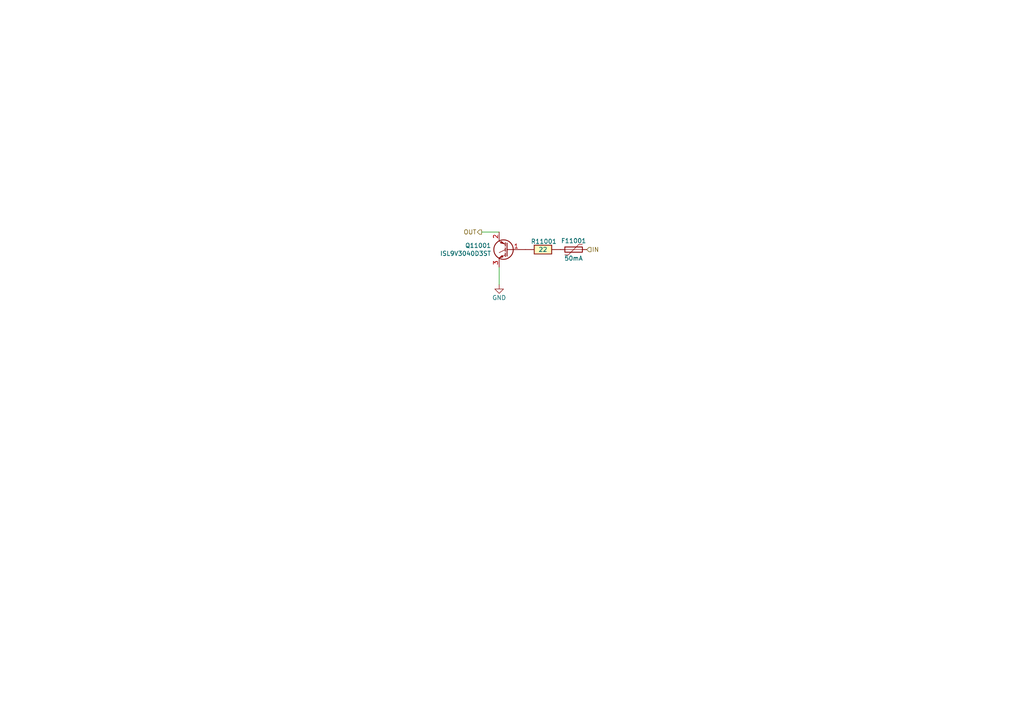
<source format=kicad_sch>
(kicad_sch (version 20231120) (generator "eeschema") (generator_version "8.0")
  (paper "A4")
  (lib_symbols
    (symbol "Device:Polyfuse" (pin_numbers hide) (pin_names (offset 0))
      (property "Reference" "F" (at -2.54 0 90))
      (property "Value" "Polyfuse" (at 2.54 0 90))
      (symbol "Polyfuse_0_1"
        (rectangle (start -0.762 2.54) (end 0.762 -2.54) (stroke (width 0.254)))
        (polyline (pts (xy 0 2.54) (xy 0 -2.54)))
        (polyline (pts (xy -1.524 2.54) (xy -1.524 1.524) (xy 1.524 -1.524) (xy 1.524 -2.54)))
      )
      (symbol "Polyfuse_1_1"
        (pin passive line (at 0 3.81 270) (length 1.27) (name "~") (number "1"))
        (pin passive line (at 0 -3.81 90) (length 1.27) (name "~") (number "2"))
      )
    )
    (symbol "Device:Q_NIGBT_GCE" (pin_names (offset 0) hide)
      (property "Reference" "Q" (at 5.08 1.27 0))
      (property "Value" "Q_NIGBT_GCE" (at 5.08 -1.27 0))
      (symbol "Q_NIGBT_GCE_0_1"
        (polyline (pts (xy 0.762 -1.016) (xy 0.762 -2.032)) (stroke (width 0.254)))
        (polyline (pts (xy 0.762 0.508) (xy 0.762 -0.508)) (stroke (width 0.254)))
        (polyline (pts (xy 0.762 2.032) (xy 0.762 1.016)) (stroke (width 0.254)))
        (polyline (pts (xy 2.54 -2.413) (xy 0.762 -1.524)))
        (polyline (pts (xy 2.54 -0.889) (xy 0.762 0)))
        (polyline (pts (xy 2.54 2.413) (xy 0.762 1.524)))
        (polyline (pts (xy 0.254 1.905) (xy 0.254 -1.905) (xy 0.254 -1.905)) (stroke (width 0.254)))
        (polyline (pts (xy 1.397 -2.159) (xy 1.651 -1.651) (xy 2.54 -2.413) (xy 1.397 -2.159)) (fill (type outline)))
        (polyline (pts (xy 2.159 1.905) (xy 1.905 2.413) (xy 1.016 1.651) (xy 2.159 1.905)) (fill (type outline)))
        (circle (center 1.27 0) (radius 2.8194) (stroke (width 0.254)))
      )
      (symbol "Q_NIGBT_GCE_1_1"
        (pin input line (at -5.08 0 0) (length 5.334) (name "G") (number "1"))
        (pin passive line (at 2.54 5.08 270) (length 2.54) (name "C") (number "2"))
        (pin passive line (at 2.54 -5.08 90) (length 2.54) (name "E") (number "3"))
      )
    )
    (symbol "hellen-one-common:Res" (pin_numbers hide)
      (property "Reference" "R" (at 3.81 2.54 0))
      (property "Value" "Res" (at 5.08 -2.54 0))
      (symbol "Res_1_0"
        (rectangle (start 2.54 -1.27) (end 7.62 1.27) (stroke (width 0.254)) (fill (type background)))
        (pin passive line (at 0 0 0) (length 2.54) (name "") (number "1"))
        (pin passive line (at 10.16 0 180) (length 2.54) (name "") (number "2"))
      )
    )
    (symbol "power:GND" (power) (pin_numbers hide) (pin_names (offset 0) hide)
      (property "Value" "GND" (at 0 -3.81 0))
      (symbol "GND_0_1"
        (polyline (pts (xy 0 0) (xy 0 -1.27) (xy 1.27 -1.27) (xy 0 -2.54) (xy -1.27 -1.27) (xy 0 -1.27)))
      )
      (symbol "GND_1_1"
        (pin power_in line (at 0 0 270) (length 0) (name "~") (number "1"))
      )
    )
  )
  (wire (pts (xy 139.7 67.31) (xy 144.78 67.31)))
  (wire (pts (xy 144.78 77.47) (xy 144.78 82.55)))
  (hierarchical_label "IN" (shape input) (at 170.18 72.39 0))
  (hierarchical_label "OUT" (shape output) (at 139.7 67.31 180))
  (symbol (lib_id "power:GND") (at 144.78 82.55 0) (unit 1)
    (property "Reference" "#PWR011001" (effects (hide yes)))
    (property "Value" "GND" (at 144.78 86.36 0))
    (property "Description" "Power symbol creates a global label with name \"GND\" , ground" (effects (hide yes)))
  )
  (symbol (lib_id "Device:Polyfuse") (at 166.37 72.39 90) (unit 1)
    (property "Reference" "F11001" (at 166.37 69.85 90))
    (property "Value" "50mA" (at 166.37 74.93 90))
    (property "Footprint" "Fuse:Fuse_0603_1608Metric" (effects (hide yes)))
    (property "LCSC" "C369141" (effects (hide yes)))
  )
  (symbol (lib_id "Device:Q_NIGBT_GCE") (at 147.32 72.39 0) (mirror y) (unit 1)
    (property "Reference" "Q11001" (at 142.4686 71.2216 0) (effects (justify left)))
    (property "Value" "ISL9V3040D3ST" (at 142.4686 73.533 0) (effects (justify left)))
    (property "Footprint" "Package_TO_SOT_SMD:TO-252-2" (effects (hide yes)))
  )
  (symbol (lib_id "hellen-one-common:Res") (at 152.4 72.39 0) (mirror x) (unit 1)
    (property "Reference" "R11001" (at 157.722 70.0418 0))
    (property "Value" "22" (at 157.48 72.39 0))
    (property "Footprint" "hellen-one-common:R0603" (effects (hide yes)))
    (property "LCSC" "C23345" (effects (hide yes)))
  )
)
</source>
